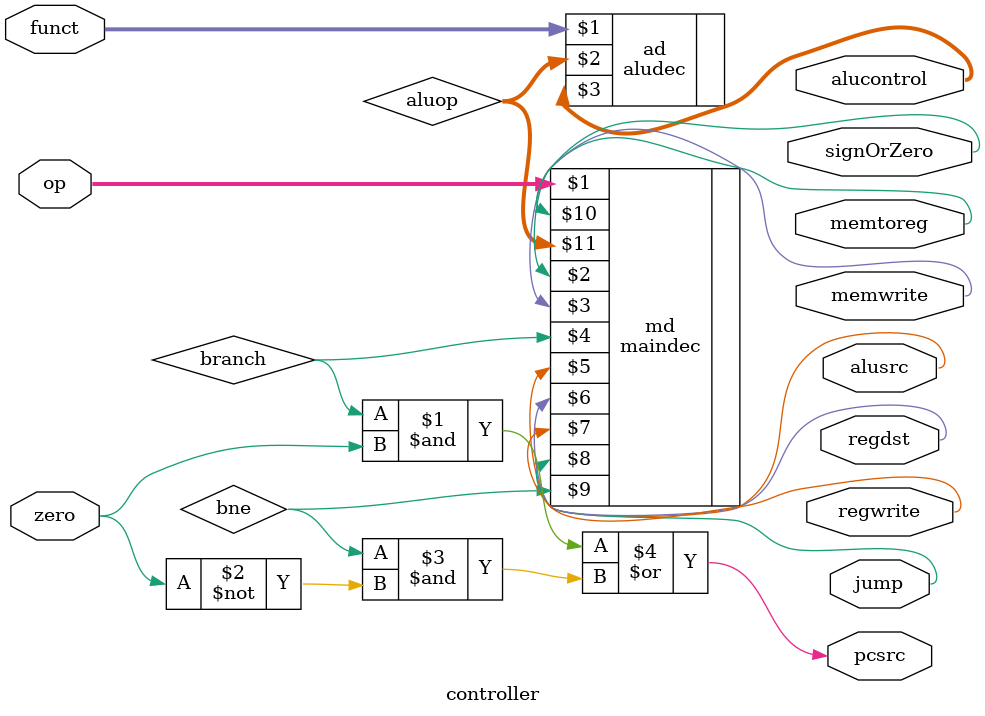
<source format=sv>
module controller(	input logic [5:0] op, funct,
			input logic zero,
			output logic memtoreg, memwrite,
			output logic pcsrc, alusrc,
			output logic regdst, regwrite, 
			output logic jump, signOrZero,
			output logic [2:0] alucontrol);

	logic [1:0] aluop;
	logic branch, bne;
	maindec md(op, memtoreg, memwrite, branch, alusrc, regdst, regwrite, jump, bne, signOrZero, aluop);
	aludec ad(funct, aluop, alucontrol);
	assign pcsrc = (branch & zero) | (bne & ~zero);
endmodule

</source>
